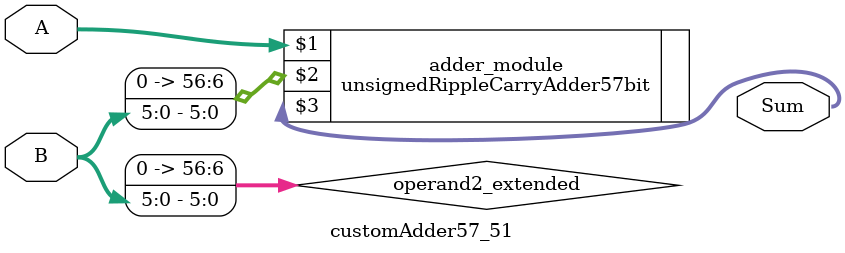
<source format=v>
module customAdder57_51(
                        input [56 : 0] A,
                        input [5 : 0] B,
                        
                        output [57 : 0] Sum
                );

        wire [56 : 0] operand2_extended;
        
        assign operand2_extended =  {51'b0, B};
        
        unsignedRippleCarryAdder57bit adder_module(
            A,
            operand2_extended,
            Sum
        );
        
        endmodule
        
</source>
